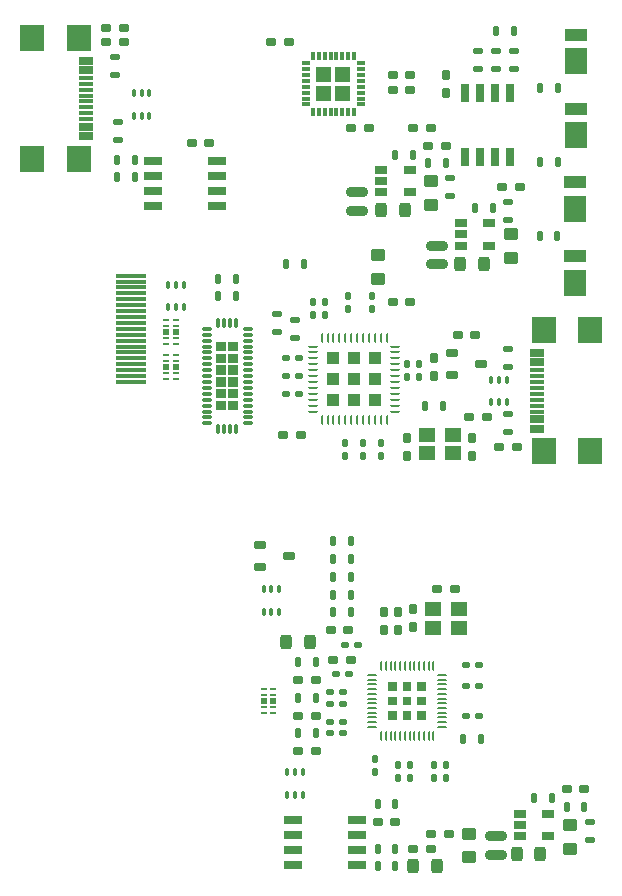
<source format=gtp>
%FSLAX46Y46*%
%MOMM*%
%AMPS40*
21,1,1.000000,1.000000,0.000000,0.000000,180.000000*
4,1,4,
-1.250000,0.500000,
-1.250000,-0.500000,
-2.250000,-0.500000,
-2.250000,0.500000,
-1.250000,0.500000,
0*
4,1,4,
2.250000,-1.250000,
2.250000,-2.250000,
1.250000,-2.250000,
1.250000,-1.250000,
2.250000,-1.250000,
0*
4,1,4,
-1.250000,2.250000,
-1.250000,1.250000,
-2.250000,1.250000,
-2.250000,2.250000,
-1.250000,2.250000,
0*
4,1,4,
2.250000,0.500000,
2.250000,-0.500000,
1.250000,-0.500000,
1.250000,0.500000,
2.250000,0.500000,
0*
4,1,4,
-1.250000,-1.250000,
-1.250000,-2.250000,
-2.250000,-2.250000,
-2.250000,-1.250000,
-1.250000,-1.250000,
0*
4,1,4,
2.250000,2.250000,
2.250000,1.250000,
1.250000,1.250000,
1.250000,2.250000,
2.250000,2.250000,
0*
4,1,4,
0.500000,2.250000,
0.500000,1.250000,
-0.500000,1.250000,
-0.500000,2.250000,
0.500000,2.250000,
0*
4,1,4,
0.500000,-1.250000,
0.500000,-2.250000,
-0.500000,-2.250000,
-0.500000,-1.250000,
0.500000,-1.250000,
0*
%
%ADD40PS40*%
%AMPS44*
21,1,0.750000,0.750000,0.000000,0.000000,90.000000*
4,1,4,
0.375000,0.875000,
-0.375000,0.875000,
-0.375000,1.625000,
0.375000,1.625000,
0.375000,0.875000,
0*
4,1,4,
-0.875000,-1.625000,
-1.625000,-1.625000,
-1.625000,-0.875000,
-0.875000,-0.875000,
-0.875000,-1.625000,
0*
4,1,4,
1.625000,0.875000,
0.875000,0.875000,
0.875000,1.625000,
1.625000,1.625000,
1.625000,0.875000,
0*
4,1,4,
0.375000,-1.625000,
-0.375000,-1.625000,
-0.375000,-0.875000,
0.375000,-0.875000,
0.375000,-1.625000,
0*
4,1,4,
-0.875000,0.875000,
-1.625000,0.875000,
-1.625000,1.625000,
-0.875000,1.625000,
-0.875000,0.875000,
0*
4,1,4,
1.625000,-1.625000,
0.875000,-1.625000,
0.875000,-0.875000,
1.625000,-0.875000,
1.625000,-1.625000,
0*
4,1,4,
1.625000,-0.375000,
0.875000,-0.375000,
0.875000,0.375000,
1.625000,0.375000,
1.625000,-0.375000,
0*
4,1,4,
-0.875000,-0.375000,
-1.625000,-0.375000,
-1.625000,0.375000,
-0.875000,0.375000,
-0.875000,-0.375000,
0*
%
%ADD44PS44*%
%AMPS23*
21,1,0.250000,0.500000,0.000000,0.000000,90.000000*
%
%ADD23PS23*%
%AMPS26*
21,1,0.250000,0.500000,0.000000,0.000000,270.000000*
%
%ADD26PS26*%
%AMPS46*
21,1,0.600000,1.500000,0.000000,0.000000,0.000000*
%
%ADD46PS46*%
%AMPS35*
21,1,0.600000,1.500000,0.000000,0.000000,90.000000*
%
%ADD35PS35*%
%AMPS47*
21,1,0.600000,1.500000,0.000000,0.000000,180.000000*
%
%ADD47PS47*%
%AMPS34*
21,1,0.600000,1.500000,0.000000,0.000000,270.000000*
%
%ADD34PS34*%
%AMPS24*
21,1,0.450000,0.500000,0.000000,0.000000,90.000000*
%
%ADD24PS24*%
%AMPS25*
21,1,0.450000,0.500000,0.000000,0.000000,270.000000*
%
%ADD25PS25*%
%AMPS53*
21,1,0.600000,1.150000,0.000000,0.000000,90.000000*
%
%ADD53PS53*%
%AMPS28*
21,1,0.600000,1.150000,0.000000,0.000000,270.000000*
%
%ADD28PS28*%
%AMPS57*
21,1,0.300000,0.600000,0.000000,0.000000,0.000000*
%
%ADD57PS57*%
%AMPS59*
21,1,0.300000,0.600000,0.000000,0.000000,90.000000*
%
%ADD59PS59*%
%AMPS58*
21,1,0.300000,0.600000,0.000000,0.000000,180.000000*
%
%ADD58PS58*%
%AMPS60*
21,1,0.300000,0.600000,0.000000,0.000000,270.000000*
%
%ADD60PS60*%
%AMPS33*
21,1,1.100000,1.880000,0.000000,0.000000,90.000000*
%
%ADD33PS33*%
%AMPS63*
21,1,0.300000,2.600000,0.000000,0.000000,270.000000*
%
%ADD63PS63*%
%AMPS32*
21,1,2.200000,1.880000,0.000000,0.000000,90.000000*
%
%ADD32PS32*%
%AMPS54*
21,1,2.180000,2.000000,0.000000,0.000000,90.000000*
%
%ADD54PS54*%
%AMPS29*
21,1,2.180000,2.000000,0.000000,0.000000,270.000000*
%
%ADD29PS29*%
%AMPS55*
21,1,0.300000,1.150000,0.000000,0.000000,90.000000*
%
%ADD55PS55*%
%AMPS30*
21,1,0.300000,1.150000,0.000000,0.000000,270.000000*
%
%ADD30PS30*%
%AMPS45*
21,1,0.700000,1.000000,0.000000,0.000000,270.000000*
%
%ADD45PS45*%
%AMPS52*
21,1,1.400000,1.200000,0.000000,0.000000,0.000000*
%
%ADD52PS52*%
%AMPS56*
21,1,1.400000,1.200000,0.000000,0.000000,180.000000*
%
%ADD56PS56*%
%AMPS50*
4,1,4,
-0.100000,-2.100000,
-0.100000,-2.900000,
-0.900000,-2.900000,
-0.900000,-2.100000,
-0.100000,-2.100000,
0*
4,1,4,
0.900000,0.900000,
0.900000,0.100000,
0.100000,0.100000,
0.100000,0.900000,
0.900000,0.900000,
0*
4,1,4,
-0.100000,1.900000,
-0.100000,1.100000,
-0.900000,1.100000,
-0.900000,1.900000,
-0.100000,1.900000,
0*
4,1,4,
-0.100000,0.900000,
-0.100000,0.100000,
-0.900000,0.100000,
-0.900000,0.900000,
-0.100000,0.900000,
0*
4,1,4,
0.900000,1.900000,
0.900000,1.100000,
0.100000,1.100000,
0.100000,1.900000,
0.900000,1.900000,
0*
4,1,4,
-0.100000,-1.100000,
-0.100000,-1.900000,
-0.900000,-1.900000,
-0.900000,-1.100000,
-0.100000,-1.100000,
0*
4,1,4,
0.900000,-0.100000,
0.900000,-0.900000,
0.100000,-0.900000,
0.100000,-0.100000,
0.900000,-0.100000,
0*
4,1,4,
0.900000,2.900000,
0.900000,2.100000,
0.100000,2.100000,
0.100000,2.900000,
0.900000,2.900000,
0*
4,1,4,
0.900000,-2.100000,
0.900000,-2.900000,
0.100000,-2.900000,
0.100000,-2.100000,
0.900000,-2.100000,
0*
4,1,4,
0.900000,-1.100000,
0.900000,-1.900000,
0.100000,-1.900000,
0.100000,-1.100000,
0.900000,-1.100000,
0*
4,1,4,
-0.100000,2.900000,
-0.100000,2.100000,
-0.900000,2.100000,
-0.900000,2.900000,
-0.100000,2.900000,
0*
4,1,4,
-0.100000,-0.100000,
-0.100000,-0.900000,
-0.900000,-0.900000,
-0.900000,-0.100000,
-0.100000,-0.100000,
0*
%
%ADD50PS50*%
%AMPS21*
1,1,0.360000,-0.220000,-0.195000*
1,1,0.360000,-0.220000,0.195000*
21,1,0.800000,0.390000,0.000000,0.000000,0.000000*
21,1,0.440000,0.750000,0.000000,0.000000,0.000000*
1,1,0.360000,0.220000,-0.195000*
1,1,0.360000,0.220000,0.195000*
%
%ADD21PS21*%
%AMPS51*
1,1,0.360000,0.195000,-0.220000*
1,1,0.360000,-0.195000,-0.220000*
21,1,0.800000,0.390000,0.000000,0.000000,90.000000*
21,1,0.440000,0.750000,0.000000,0.000000,90.000000*
1,1,0.360000,0.195000,0.220000*
1,1,0.360000,-0.195000,0.220000*
%
%ADD51PS51*%
%AMPS13*
1,1,0.360000,0.220000,0.195000*
1,1,0.360000,0.220000,-0.195000*
21,1,0.800000,0.390000,0.000000,0.000000,180.000000*
21,1,0.440000,0.750000,0.000000,0.000000,180.000000*
1,1,0.360000,-0.220000,0.195000*
1,1,0.360000,-0.220000,-0.195000*
%
%ADD13PS13*%
%AMPS36*
1,1,0.360000,-0.195000,0.220000*
1,1,0.360000,0.195000,0.220000*
21,1,0.800000,0.390000,0.000000,0.000000,270.000000*
21,1,0.440000,0.750000,0.000000,0.000000,270.000000*
1,1,0.360000,-0.195000,-0.220000*
1,1,0.360000,0.195000,-0.220000*
%
%ADD36PS36*%
%AMPS12*
1,1,0.500000,-0.250000,-0.375000*
1,1,0.500000,-0.250000,0.375000*
21,1,1.000000,0.750000,0.000000,0.000000,0.000000*
21,1,0.500000,1.250000,0.000000,0.000000,0.000000*
1,1,0.500000,0.250000,-0.375000*
1,1,0.500000,0.250000,0.375000*
%
%ADD12PS12*%
%AMPS14*
1,1,0.500000,0.375000,-0.250000*
1,1,0.500000,-0.375000,-0.250000*
21,1,1.000000,0.750000,0.000000,0.000000,90.000000*
21,1,0.500000,1.250000,0.000000,0.000000,90.000000*
1,1,0.500000,0.375000,0.250000*
1,1,0.500000,-0.375000,0.250000*
%
%ADD14PS14*%
%AMPS62*
1,1,0.500000,0.250000,0.375000*
1,1,0.500000,0.250000,-0.375000*
21,1,1.000000,0.750000,0.000000,0.000000,180.000000*
21,1,0.500000,1.250000,0.000000,0.000000,180.000000*
1,1,0.500000,-0.250000,0.375000*
1,1,0.500000,-0.250000,-0.375000*
%
%ADD62PS62*%
%AMPS19*
1,1,0.500000,-0.375000,0.250000*
1,1,0.500000,0.375000,0.250000*
21,1,1.000000,0.750000,0.000000,0.000000,270.000000*
21,1,0.500000,1.250000,0.000000,0.000000,270.000000*
1,1,0.500000,-0.375000,-0.250000*
1,1,0.500000,0.375000,-0.250000*
%
%ADD19PS19*%
%AMPS39*
1,1,0.125000,0.062500,0.337500*
1,1,0.125000,0.062500,-0.337500*
21,1,0.250000,0.675000,0.000000,0.000000,180.000000*
21,1,0.125000,0.800000,0.000000,0.000000,180.000000*
1,1,0.125000,-0.062500,0.337500*
1,1,0.125000,-0.062500,-0.337500*
%
%ADD39PS39*%
%AMPS15*
1,1,0.240000,-0.130000,-0.330000*
1,1,0.240000,-0.130000,0.330000*
21,1,0.500000,0.660000,0.000000,0.000000,0.000000*
21,1,0.260000,0.900000,0.000000,0.000000,0.000000*
1,1,0.240000,0.130000,-0.330000*
1,1,0.240000,0.130000,0.330000*
%
%ADD15PS15*%
%AMPS27*
1,1,0.240000,0.330000,-0.130000*
1,1,0.240000,-0.330000,-0.130000*
21,1,0.500000,0.660000,0.000000,0.000000,90.000000*
21,1,0.260000,0.900000,0.000000,0.000000,90.000000*
1,1,0.240000,0.330000,0.130000*
1,1,0.240000,-0.330000,0.130000*
%
%ADD27PS27*%
%AMPS11*
1,1,0.240000,0.130000,0.330000*
1,1,0.240000,0.130000,-0.330000*
21,1,0.500000,0.660000,0.000000,0.000000,180.000000*
21,1,0.260000,0.900000,0.000000,0.000000,180.000000*
1,1,0.240000,-0.130000,0.330000*
1,1,0.240000,-0.130000,-0.330000*
%
%ADD11PS11*%
%AMPS31*
1,1,0.240000,-0.330000,0.130000*
1,1,0.240000,0.330000,0.130000*
21,1,0.500000,0.660000,0.000000,0.000000,270.000000*
21,1,0.260000,0.900000,0.000000,0.000000,270.000000*
1,1,0.240000,-0.330000,-0.130000*
1,1,0.240000,0.330000,-0.130000*
%
%ADD31PS31*%
%AMPS18*
1,1,0.200000,-0.110000,-0.200000*
1,1,0.200000,-0.110000,0.200000*
21,1,0.420000,0.400000,0.000000,0.000000,0.000000*
21,1,0.220000,0.600000,0.000000,0.000000,0.000000*
1,1,0.200000,0.110000,-0.200000*
1,1,0.200000,0.110000,0.200000*
%
%ADD18PS18*%
%AMPS17*
1,1,0.200000,0.110000,0.200000*
1,1,0.200000,0.110000,-0.200000*
21,1,0.420000,0.400000,0.000000,0.000000,180.000000*
21,1,0.220000,0.600000,0.000000,0.000000,180.000000*
1,1,0.200000,-0.110000,0.200000*
1,1,0.200000,-0.110000,-0.200000*
%
%ADD17PS17*%
%AMPS42*
1,1,0.100000,0.050000,-0.375000*
1,1,0.100000,-0.050000,-0.375000*
21,1,0.850000,0.100000,0.000000,0.000000,90.000000*
21,1,0.750000,0.200000,0.000000,0.000000,90.000000*
1,1,0.100000,0.050000,0.375000*
1,1,0.100000,-0.050000,0.375000*
%
%ADD42PS42*%
%AMPS16*
1,1,0.500000,-0.650000,0.150000*
1,1,0.500000,0.650000,0.150000*
21,1,0.800000,1.300000,0.000000,0.000000,270.000000*
21,1,0.300000,1.800000,0.000000,0.000000,270.000000*
1,1,0.500000,-0.650000,-0.150000*
1,1,0.500000,0.650000,-0.150000*
%
%ADD16PS16*%
%AMPS37*
1,1,0.240000,-0.180000,-0.130000*
1,1,0.240000,-0.180000,0.130000*
21,1,0.600000,0.260000,0.000000,0.000000,0.000000*
21,1,0.360000,0.500000,0.000000,0.000000,0.000000*
1,1,0.240000,0.180000,-0.130000*
1,1,0.240000,0.180000,0.130000*
%
%ADD37PS37*%
%AMPS10*
1,1,0.240000,0.130000,-0.180000*
1,1,0.240000,-0.130000,-0.180000*
21,1,0.600000,0.260000,0.000000,0.000000,90.000000*
21,1,0.360000,0.500000,0.000000,0.000000,90.000000*
1,1,0.240000,0.130000,0.180000*
1,1,0.240000,-0.130000,0.180000*
%
%ADD10PS10*%
%AMPS22*
1,1,0.240000,0.180000,0.130000*
1,1,0.240000,0.180000,-0.130000*
21,1,0.600000,0.260000,0.000000,0.000000,180.000000*
21,1,0.360000,0.500000,0.000000,0.000000,180.000000*
1,1,0.240000,-0.180000,0.130000*
1,1,0.240000,-0.180000,-0.130000*
%
%ADD22PS22*%
%AMPS20*
1,1,0.240000,-0.130000,0.180000*
1,1,0.240000,0.130000,0.180000*
21,1,0.600000,0.260000,0.000000,0.000000,270.000000*
21,1,0.360000,0.500000,0.000000,0.000000,270.000000*
1,1,0.240000,-0.130000,-0.180000*
1,1,0.240000,0.130000,-0.180000*
%
%ADD20PS20*%
%AMPS41*
1,1,0.340000,0.330000,-0.180000*
1,1,0.340000,-0.330000,-0.180000*
21,1,0.700000,0.660000,0.000000,0.000000,90.000000*
21,1,0.360000,1.000000,0.000000,0.000000,90.000000*
1,1,0.340000,0.330000,0.180000*
1,1,0.340000,-0.330000,0.180000*
%
%ADD41PS41*%
%AMPS43*
1,1,0.100000,0.375000,-0.050000*
1,1,0.100000,-0.375000,-0.050000*
21,1,0.200000,0.750000,0.000000,0.000000,90.000000*
21,1,0.100000,0.850000,0.000000,0.000000,90.000000*
1,1,0.100000,0.375000,0.050000*
1,1,0.100000,-0.375000,0.050000*
%
%ADD43PS43*%
%AMPS49*
1,1,0.124000,0.088000,0.363000*
1,1,0.124000,0.088000,-0.363000*
21,1,0.300000,0.726000,0.000000,0.000000,180.000000*
21,1,0.176000,0.850000,0.000000,0.000000,180.000000*
1,1,0.124000,-0.088000,0.363000*
1,1,0.124000,-0.088000,-0.363000*
%
%ADD49PS49*%
%AMPS48*
1,1,0.124000,-0.363000,0.088000*
1,1,0.124000,0.363000,0.088000*
21,1,0.300000,0.726000,0.000000,0.000000,270.000000*
21,1,0.176000,0.850000,0.000000,0.000000,270.000000*
1,1,0.124000,-0.363000,-0.088000*
1,1,0.124000,0.363000,-0.088000*
%
%ADD48PS48*%
%AMPS38*
1,1,0.125000,0.337500,0.062500*
1,1,0.125000,0.337500,-0.062500*
21,1,0.800000,0.125000,0.000000,0.000000,180.000000*
21,1,0.675000,0.250000,0.000000,0.000000,180.000000*
1,1,0.125000,-0.337500,0.062500*
1,1,0.125000,-0.337500,-0.062500*
%
%ADD38PS38*%
%AMPS61*
4,1,4,
-0.206250,1.443750,
-0.206250,0.206250,
-1.443750,0.206250,
-1.443750,1.443750,
-0.206250,1.443750,
0*
4,1,4,
-0.206250,-0.206250,
-0.206250,-1.443750,
-1.443750,-1.443750,
-1.443750,-0.206250,
-0.206250,-0.206250,
0*
4,1,4,
1.443750,-0.206250,
1.443750,-1.443750,
0.206250,-1.443750,
0.206250,-0.206250,
1.443750,-0.206250,
0*
4,1,4,
1.443750,1.443750,
1.443750,0.206250,
0.206250,0.206250,
0.206250,1.443750,
1.443750,1.443750,
0*
%
%ADD61PS61*%
G01*
%LPD*%
G01*
%LPD*%
G75*
D10*
X22000000Y17300000D03*
D10*
X22000000Y16200000D03*
D11*
X20250000Y-9500000D03*
D11*
X18750000Y-9500000D03*
D11*
X20250000Y-5000000D03*
D11*
X18750000Y-5000000D03*
D12*
X29500056Y19999992D03*
D12*
X31500056Y19999992D03*
D13*
X13500000Y38750000D03*
D13*
X15000000Y38750000D03*
D14*
X22500008Y18750056D03*
D14*
X22500008Y20750056D03*
D15*
X15750000Y-19750000D03*
D15*
X17250000Y-19750000D03*
D15*
X29750000Y-20250000D03*
D15*
X31250000Y-20250000D03*
D16*
X20749992Y26049944D03*
D16*
X20749992Y24449944D03*
D15*
X461051Y28824203D03*
D15*
X1961051Y28824203D03*
D17*
X12850000Y-7550000D03*
D17*
X14150000Y-7550000D03*
D17*
X13500000Y-7550000D03*
D18*
X12850000Y-9450000D03*
D18*
X14150000Y-9450000D03*
D18*
X13500000Y-9450000D03*
D11*
X25500000Y29250000D03*
D11*
X24000000Y29250000D03*
D14*
X27000008Y25000056D03*
D14*
X27000008Y27000056D03*
D13*
X25500000Y-29500000D03*
D13*
X27000000Y-29500000D03*
D19*
X30249992Y-28250056D03*
D19*
X30249992Y-30250056D03*
D20*
X21250000Y3700000D03*
D20*
X21250000Y4800000D03*
D11*
X10500000Y17250000D03*
D11*
X9000000Y17250000D03*
D10*
X17000000Y16800000D03*
D10*
X17000000Y15700000D03*
D21*
X25250000Y34750000D03*
D21*
X23750000Y34750000D03*
D22*
X18450000Y-17250000D03*
D22*
X19550000Y-17250000D03*
D23*
X5400000Y13249998D03*
D23*
X5400000Y15249998D03*
D24*
X5400000Y14249998D03*
D25*
X4600000Y14249998D03*
D26*
X4600000Y15249998D03*
D26*
X4600000Y13249998D03*
D23*
X5400000Y13749998D03*
D26*
X4600000Y13749998D03*
D23*
X5400000Y14749998D03*
D26*
X4600000Y14749998D03*
D10*
X18000000Y16800000D03*
D10*
X18000000Y15700000D03*
D12*
X25500056Y-31000008D03*
D12*
X27500056Y-31000008D03*
D15*
X36250000Y28625000D03*
D15*
X37750000Y28625000D03*
D17*
X1850000Y34450000D03*
D17*
X3150000Y34450000D03*
D17*
X2500000Y34450000D03*
D18*
X1850000Y32550000D03*
D18*
X3150000Y32550000D03*
D18*
X2500000Y32550000D03*
D13*
X15750000Y-21250000D03*
D13*
X17250000Y-21250000D03*
D27*
X28587500Y25750000D03*
D27*
X28587500Y27250000D03*
D13*
X27500000Y-7500000D03*
D13*
X29000000Y-7500000D03*
D13*
X23750000Y16750000D03*
D13*
X25250000Y16750000D03*
D28*
X-2245000Y30800000D03*
D29*
X-2820000Y39110000D03*
D30*
X-2245000Y35250000D03*
D29*
X-6750000Y28890000D03*
D30*
X-2245000Y32750000D03*
D29*
X-2820000Y28890000D03*
D30*
X-2245000Y34250000D03*
D30*
X-2245000Y35750000D03*
D30*
X-2245000Y32250000D03*
D28*
X-2245000Y36400000D03*
D29*
X-6750000Y39110000D03*
D30*
X-2245000Y33750000D03*
D28*
X-2245000Y31600000D03*
D28*
X-2245000Y37200000D03*
D30*
X-2245000Y34750000D03*
D30*
X-2245000Y33250000D03*
D23*
X13650000Y-18000002D03*
D23*
X13650000Y-16000002D03*
D24*
X13650000Y-17000002D03*
D25*
X12850000Y-17000002D03*
D26*
X12850000Y-16000002D03*
D26*
X12850000Y-18000002D03*
D23*
X13650000Y-17500002D03*
D26*
X12850000Y-17500002D03*
D23*
X13650000Y-16500002D03*
D26*
X12850000Y-16500002D03*
D31*
X33520000Y7250000D03*
D31*
X33520000Y5750000D03*
D32*
X39250000Y30905000D03*
D33*
X39250000Y33145000D03*
D13*
X32750000Y4500000D03*
D13*
X34250000Y4500000D03*
D27*
X500000Y30500000D03*
D27*
X500000Y32000000D03*
D22*
X18450000Y-18750000D03*
D22*
X19550000Y-18750000D03*
D10*
X26000000Y11550000D03*
D10*
X26000000Y10450000D03*
D34*
X15300000Y-28365000D03*
D34*
X15300000Y-30905000D03*
D35*
X20700000Y-28365000D03*
D34*
X15300000Y-27095000D03*
D34*
X15300000Y-29635000D03*
D35*
X20700000Y-30905000D03*
D35*
X20700000Y-29635000D03*
D35*
X20700000Y-27095000D03*
D36*
X24250000Y-11000000D03*
D36*
X24250000Y-9500000D03*
D13*
X33000000Y26500000D03*
D13*
X34500000Y26500000D03*
D11*
X40000000Y-26000000D03*
D11*
X38500000Y-26000000D03*
D17*
X14850000Y-23050000D03*
D17*
X16150000Y-23050000D03*
D17*
X15500000Y-23050000D03*
D18*
X14850000Y-24950000D03*
D18*
X16150000Y-24950000D03*
D18*
X15500000Y-24950000D03*
D11*
X24000000Y-29500000D03*
D11*
X22500000Y-29500000D03*
D22*
X19700000Y-12250000D03*
D22*
X20800000Y-12250000D03*
D15*
X22500000Y-25750000D03*
D15*
X24000000Y-25750000D03*
D22*
X18450000Y-19750000D03*
D22*
X19550000Y-19750000D03*
D10*
X20000000Y17300000D03*
D10*
X20000000Y16200000D03*
D21*
X1000000Y38750000D03*
D21*
X-500000Y38750000D03*
D27*
X250000Y36000000D03*
D27*
X250000Y37500000D03*
D22*
X14700000Y9000000D03*
D22*
X15800000Y9000000D03*
D37*
X31050000Y-15750000D03*
D37*
X29950000Y-15750000D03*
D31*
X34000000Y38000000D03*
D31*
X34000000Y36500000D03*
D13*
X38500000Y-24500000D03*
D13*
X40000000Y-24500000D03*
D11*
X10500000Y18750000D03*
D11*
X9000000Y18750000D03*
D11*
X37250000Y-25250000D03*
D11*
X35750000Y-25250000D03*
D38*
X23950000Y10500000D03*
D39*
X21750000Y6800000D03*
D39*
X21250000Y6800000D03*
D38*
X23950000Y13000000D03*
D38*
X23950000Y9500000D03*
D39*
X20750000Y13700000D03*
D39*
X18750000Y6800000D03*
D40*
X20500000Y10250000D03*
D38*
X17050000Y7500000D03*
D38*
X23950000Y7500000D03*
D39*
X21250000Y13700000D03*
D38*
X17050000Y13000000D03*
D38*
X23950000Y11000000D03*
D39*
X20250000Y13700000D03*
D38*
X17050000Y11500000D03*
D38*
X23950000Y10000000D03*
D38*
X23950000Y12500000D03*
D38*
X17050000Y10000000D03*
D38*
X17050000Y12500000D03*
D39*
X19250000Y13700000D03*
D39*
X21750000Y13700000D03*
D39*
X17750000Y6800000D03*
D38*
X23950000Y12000000D03*
D39*
X23250000Y6800000D03*
D38*
X23950000Y9000000D03*
D38*
X17050000Y10500000D03*
D39*
X20750000Y6800000D03*
D39*
X20250000Y6800000D03*
D39*
X18250000Y6800000D03*
D38*
X17050000Y9000000D03*
D39*
X18250000Y13700000D03*
D39*
X22750000Y6800000D03*
D38*
X17050000Y8500000D03*
D38*
X23950000Y8500000D03*
D38*
X17050000Y9500000D03*
D38*
X23950000Y11500000D03*
D38*
X17050000Y12000000D03*
D39*
X17750000Y13700000D03*
D38*
X17050000Y8000000D03*
D39*
X18750000Y13700000D03*
D39*
X23250000Y13700000D03*
D39*
X22250000Y13700000D03*
D39*
X22250000Y6800000D03*
D39*
X22750000Y13700000D03*
D38*
X17050000Y11000000D03*
D38*
X23950000Y8000000D03*
D39*
X19250000Y6800000D03*
D39*
X19750000Y13700000D03*
D39*
X19750000Y6800000D03*
D18*
X33400000Y8300000D03*
D18*
X32100000Y8300000D03*
D18*
X32750000Y8300000D03*
D17*
X33400000Y10200000D03*
D17*
X32100000Y10200000D03*
D17*
X32750000Y10200000D03*
D14*
X38750008Y-29499944D03*
D14*
X38750008Y-27499944D03*
D41*
X31200000Y11500000D03*
D41*
X28800000Y12450000D03*
D41*
X28800000Y10550000D03*
D13*
X15750000Y-15250000D03*
D13*
X17250000Y-15250000D03*
D31*
X33500000Y12750000D03*
D31*
X33500000Y11250000D03*
D42*
X24800000Y-19950000D03*
D42*
X23200000Y-14050000D03*
D43*
X22050000Y-17600000D03*
D42*
X24400000Y-14050000D03*
D42*
X22800000Y-14050000D03*
D43*
X22050000Y-18800000D03*
D43*
X27950000Y-18000000D03*
D42*
X26800000Y-19950000D03*
D44*
X25000000Y-17000000D03*
D43*
X22050000Y-16000000D03*
D43*
X22050000Y-16800000D03*
D42*
X27200000Y-19950000D03*
D43*
X27950000Y-15200000D03*
D43*
X27950000Y-16800000D03*
D42*
X26000000Y-19950000D03*
D43*
X27950000Y-16400000D03*
D43*
X27950000Y-18400000D03*
D42*
X24800000Y-14050000D03*
D42*
X22800000Y-19950000D03*
D43*
X27950000Y-18800000D03*
D43*
X22050000Y-18000000D03*
D43*
X22050000Y-16400000D03*
D43*
X27950000Y-17600000D03*
D42*
X23200000Y-19950000D03*
D43*
X27950000Y-14800000D03*
D42*
X24000000Y-19950000D03*
D42*
X23600000Y-14050000D03*
D42*
X25200000Y-14050000D03*
D43*
X22050000Y-14800000D03*
D42*
X25600000Y-14050000D03*
D42*
X26400000Y-14050000D03*
D43*
X27950000Y-19200000D03*
D42*
X26800000Y-14050000D03*
D42*
X25200000Y-19950000D03*
D42*
X24400000Y-19950000D03*
D43*
X27950000Y-17200000D03*
D42*
X26400000Y-19950000D03*
D43*
X22050000Y-15200000D03*
D43*
X27950000Y-15600000D03*
D43*
X22050000Y-17200000D03*
D43*
X22050000Y-15600000D03*
D42*
X25600000Y-19950000D03*
D42*
X27200000Y-14050000D03*
D42*
X23600000Y-19950000D03*
D42*
X26000000Y-14050000D03*
D43*
X27950000Y-16000000D03*
D42*
X24000000Y-14050000D03*
D43*
X22050000Y-18400000D03*
D43*
X22050000Y-19200000D03*
D21*
X8250000Y30250000D03*
D21*
X6750000Y30250000D03*
D35*
X8911051Y26189203D03*
D35*
X8911051Y28729203D03*
D34*
X3511051Y26189203D03*
D35*
X8911051Y24919203D03*
D35*
X8911051Y27459203D03*
D34*
X3511051Y28729203D03*
D34*
X3511051Y27459203D03*
D34*
X3511051Y24919203D03*
D36*
X23000000Y-11000000D03*
D36*
X23000000Y-9500000D03*
D15*
X461051Y27324203D03*
D15*
X1961051Y27324203D03*
D45*
X22800000Y27000000D03*
D45*
X25200000Y26050000D03*
D45*
X22800000Y27950000D03*
D45*
X25200000Y27950000D03*
D45*
X22800000Y26050000D03*
D21*
X24000000Y-27250000D03*
D21*
X22500000Y-27250000D03*
D13*
X29250000Y14000000D03*
D13*
X30750000Y14000000D03*
D15*
X32500000Y39750000D03*
D15*
X34000000Y39750000D03*
D23*
X5400000Y10249998D03*
D23*
X5400000Y12249998D03*
D24*
X5400000Y11249998D03*
D25*
X4600000Y11249998D03*
D26*
X4600000Y12249998D03*
D26*
X4600000Y10249998D03*
D23*
X5400000Y10749998D03*
D26*
X4600000Y10749998D03*
D23*
X5400000Y11749998D03*
D26*
X4600000Y11749998D03*
D11*
X20250000Y-8000000D03*
D11*
X18750000Y-8000000D03*
D13*
X-500000Y40000000D03*
D13*
X1000000Y40000000D03*
D20*
X22250000Y-23050000D03*
D20*
X22250000Y-21950000D03*
D22*
X14700000Y12000000D03*
D22*
X15800000Y12000000D03*
D46*
X31115000Y29050000D03*
D46*
X33655000Y29050000D03*
D47*
X31115000Y34450000D03*
D46*
X29845000Y29050000D03*
D46*
X32385000Y29050000D03*
D47*
X33655000Y34450000D03*
D47*
X32385000Y34450000D03*
D47*
X29845000Y34450000D03*
D17*
X4775000Y18250000D03*
D17*
X6075000Y18250000D03*
D17*
X5425000Y18250000D03*
D18*
X4775000Y16350000D03*
D18*
X6075000Y16350000D03*
D18*
X5425000Y16350000D03*
D48*
X8025000Y12000000D03*
D48*
X8025000Y10000001D03*
D48*
X8025000Y9500000D03*
D48*
X11475000Y8000000D03*
D48*
X8025000Y9000000D03*
D49*
X10000062Y14975000D03*
D49*
X9499938Y6025000D03*
D48*
X8025000Y8000000D03*
D48*
X11475000Y6500000D03*
D48*
X11475000Y6999999D03*
D48*
X11475000Y7500001D03*
D48*
X8025000Y6999999D03*
D48*
X11475000Y13000000D03*
D48*
X8025000Y6500000D03*
D48*
X11475000Y13499999D03*
D49*
X9499938Y14975000D03*
D48*
X11475000Y8499999D03*
D48*
X11475000Y9000000D03*
D50*
X9750000Y10500000D03*
D48*
X8025000Y14000001D03*
D48*
X8025000Y10999999D03*
D48*
X11475000Y14000001D03*
D48*
X8025000Y10500000D03*
D48*
X8025000Y7500001D03*
D48*
X11475000Y12500001D03*
D48*
X11475000Y11500000D03*
D48*
X11475000Y14500000D03*
D49*
X8999811Y6025000D03*
D48*
X11475000Y10500000D03*
D49*
X10000062Y6025000D03*
D48*
X8025000Y13499999D03*
D48*
X11475000Y9500000D03*
D49*
X10500189Y6025000D03*
D49*
X8999811Y14975000D03*
D48*
X8025000Y12500001D03*
D49*
X10500189Y14975000D03*
D48*
X8025000Y8499999D03*
D48*
X8025000Y11500000D03*
D48*
X11475000Y12000000D03*
D48*
X11475000Y10000001D03*
D48*
X8025000Y13000000D03*
D48*
X8025000Y14500000D03*
D48*
X11475000Y10999999D03*
D10*
X25000000Y11550000D03*
D10*
X25000000Y10450000D03*
D11*
X16250000Y20000000D03*
D11*
X14750000Y20000000D03*
D27*
X40500000Y-28750000D03*
D27*
X40500000Y-27250000D03*
D16*
X27499992Y21549944D03*
D16*
X27499992Y19949944D03*
D22*
X14700000Y10500000D03*
D22*
X15800000Y10500000D03*
D15*
X15750000Y-16750000D03*
D15*
X17250000Y-16750000D03*
D13*
X15750000Y-18250000D03*
D13*
X17250000Y-18250000D03*
D15*
X36200000Y22375000D03*
D15*
X37700000Y22375000D03*
D51*
X27250000Y12000000D03*
D51*
X27250000Y10500000D03*
D13*
X20250000Y31500000D03*
D13*
X21750000Y31500000D03*
D31*
X31000000Y38000000D03*
D31*
X31000000Y36500000D03*
D22*
X18450000Y-16250000D03*
D22*
X19550000Y-16250000D03*
D51*
X28250000Y36000000D03*
D51*
X28250000Y34500000D03*
D11*
X32250000Y24750000D03*
D11*
X30750000Y24750000D03*
D52*
X29350000Y-9200000D03*
D52*
X27150000Y-9200000D03*
D52*
X27150000Y-10800000D03*
D52*
X29350000Y-10800000D03*
D27*
X14000000Y14250000D03*
D27*
X14000000Y15750000D03*
D31*
X32500000Y38000000D03*
D31*
X32500000Y36500000D03*
D20*
X19750000Y3700000D03*
D20*
X19750000Y4800000D03*
D12*
X34250056Y-30000008D03*
D12*
X36250056Y-30000008D03*
D37*
X31050000Y-18250000D03*
D37*
X29950000Y-18250000D03*
D15*
X15750000Y-13750000D03*
D15*
X17250000Y-13750000D03*
D41*
X14950000Y-4750000D03*
D41*
X12550000Y-3800000D03*
D41*
X12550000Y-5700000D03*
D20*
X28250000Y-23550000D03*
D20*
X28250000Y-22450000D03*
D11*
X28250000Y28500000D03*
D11*
X26750000Y28500000D03*
D32*
X39200000Y18405000D03*
D33*
X39200000Y20645000D03*
D53*
X35995000Y12450000D03*
D54*
X36570000Y4140000D03*
D55*
X35995000Y8000000D03*
D54*
X40500000Y14360000D03*
D55*
X35995000Y10500000D03*
D54*
X36570000Y14360000D03*
D55*
X35995000Y9000000D03*
D55*
X35995000Y7500000D03*
D55*
X35995000Y11000000D03*
D53*
X35995000Y6850000D03*
D54*
X40500000Y4140000D03*
D55*
X35995000Y9500000D03*
D53*
X35995000Y11650000D03*
D53*
X35995000Y6050000D03*
D55*
X35995000Y8500000D03*
D55*
X35995000Y10000000D03*
D56*
X26650000Y3950000D03*
D56*
X28850000Y3950000D03*
D56*
X28850000Y5550000D03*
D56*
X26650000Y5550000D03*
D21*
X16000000Y5500000D03*
D21*
X14500000Y5500000D03*
D57*
X18000000Y32900000D03*
D58*
X18000000Y37600000D03*
D59*
X21100000Y35000000D03*
D57*
X20500000Y32900000D03*
D60*
X16400000Y36000000D03*
D57*
X17000000Y32900000D03*
D58*
X19500000Y37600000D03*
D59*
X21100000Y35500000D03*
D60*
X16400000Y34000000D03*
D57*
X18500000Y32900000D03*
D59*
X21100000Y36000000D03*
D57*
X20000000Y32900000D03*
D58*
X18500000Y37600000D03*
D59*
X21100000Y37000000D03*
D58*
X20000000Y37600000D03*
D60*
X16400000Y36500000D03*
D58*
X19000000Y37600000D03*
D61*
X18750000Y35250000D03*
D60*
X16400000Y33500000D03*
D59*
X21100000Y34000000D03*
D60*
X16400000Y37000000D03*
D60*
X16400000Y34500000D03*
D60*
X16400000Y35000000D03*
D59*
X21100000Y34500000D03*
D60*
X16400000Y35500000D03*
D58*
X20500000Y37600000D03*
D58*
X17000000Y37600000D03*
D57*
X19000000Y32900000D03*
D58*
X17500000Y37600000D03*
D57*
X19500000Y32900000D03*
D57*
X17500000Y32900000D03*
D59*
X21100000Y33500000D03*
D59*
X21100000Y36500000D03*
D32*
X39250000Y37155000D03*
D33*
X39250000Y39395000D03*
D11*
X24000000Y-31000000D03*
D11*
X22500000Y-31000000D03*
D13*
X30250000Y7000000D03*
D13*
X31750000Y7000000D03*
D12*
X22800056Y24549882D03*
D12*
X24800056Y24549882D03*
D62*
X16749944Y-11999992D03*
D62*
X14749944Y-11999992D03*
D13*
X26750000Y30000000D03*
D13*
X28250000Y30000000D03*
D27*
X33500000Y23750000D03*
D27*
X33500000Y25250000D03*
D11*
X20250000Y-3500000D03*
D11*
X18750000Y-3500000D03*
D15*
X36250000Y34875000D03*
D15*
X37750000Y34875000D03*
D15*
X26500000Y8000000D03*
D15*
X28000000Y8000000D03*
D13*
X23750000Y36000000D03*
D13*
X25250000Y36000000D03*
D16*
X32499992Y-28450056D03*
D16*
X32499992Y-30050056D03*
D27*
X15500000Y13750000D03*
D27*
X15500000Y15250000D03*
D21*
X20250000Y-13500000D03*
D21*
X18750000Y-13500000D03*
D20*
X24250000Y-23550000D03*
D20*
X24250000Y-22450000D03*
D20*
X25250000Y-23550000D03*
D20*
X25250000Y-22450000D03*
D36*
X30500000Y3750000D03*
D36*
X30500000Y5250000D03*
D14*
X33750008Y20500056D03*
D14*
X33750008Y22500056D03*
D13*
X18500000Y-11000000D03*
D13*
X20000000Y-11000000D03*
D45*
X29550000Y22500000D03*
D45*
X31950000Y21550000D03*
D45*
X29550000Y23450000D03*
D45*
X31950000Y23450000D03*
D45*
X29550000Y21550000D03*
D21*
X27000000Y31500000D03*
D21*
X25500000Y31500000D03*
D11*
X20250000Y-6500000D03*
D11*
X18750000Y-6500000D03*
D20*
X27250000Y-23550000D03*
D20*
X27250000Y-22450000D03*
D63*
X1620000Y13000000D03*
D63*
X1620000Y18500000D03*
D63*
X1620000Y10000000D03*
D63*
X1620000Y10500000D03*
D63*
X1620000Y11000000D03*
D63*
X1620000Y16000000D03*
D63*
X1620000Y15500000D03*
D63*
X1620000Y17500000D03*
D63*
X1620000Y14000000D03*
D63*
X1620000Y12500000D03*
D63*
X1620000Y11500000D03*
D63*
X1620000Y15000000D03*
D63*
X1620000Y16500000D03*
D63*
X1620000Y19000000D03*
D63*
X1620000Y13500000D03*
D63*
X1620000Y14500000D03*
D63*
X1620000Y12000000D03*
D63*
X1620000Y18000000D03*
D63*
X1620000Y17000000D03*
D21*
X28500000Y-28250000D03*
D21*
X27000000Y-28250000D03*
D45*
X34550000Y-27500000D03*
D45*
X36950000Y-28450000D03*
D45*
X34550000Y-26550000D03*
D45*
X36950000Y-26550000D03*
D45*
X34550000Y-28450000D03*
D32*
X39200000Y24655000D03*
D33*
X39200000Y26895000D03*
D51*
X25500000Y-9250000D03*
D51*
X25500000Y-10750000D03*
D37*
X31050000Y-14000000D03*
D37*
X29950000Y-14000000D03*
D20*
X22750000Y3700000D03*
D20*
X22750000Y4800000D03*
D22*
X18950000Y-14750000D03*
D22*
X20050000Y-14750000D03*
D51*
X25000000Y5250000D03*
D51*
X25000000Y3750000D03*
M02*

</source>
